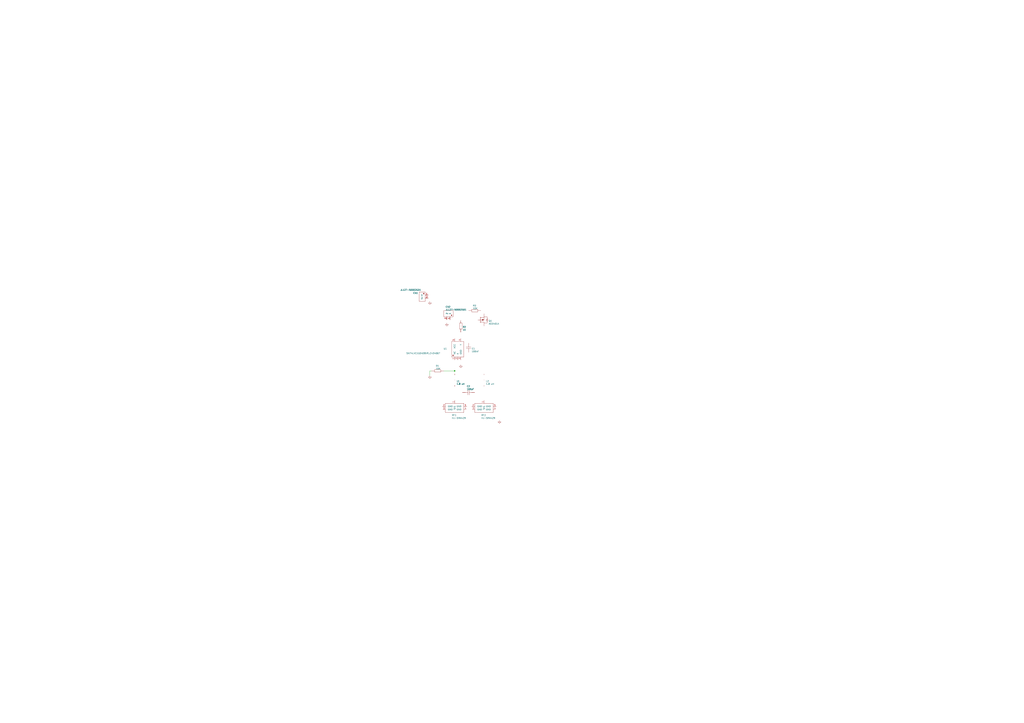
<source format=kicad_sch>
(kicad_sch (version 20211123) (generator eeschema)
  (paper "A1")
  (lib_symbols
    (symbol "SCH_biast-baterina_2022-10-20:CN_6524AFAE" (pin_names (offset 2))
      (property "Reference" "CN" (at 0 0 0))
      (symbol "CN_6524AFAE_0_1"
        (rectangle (start -3.81 2.54) (end 3.81 -2.54))
        (circle (center 2.54 -1.27) (radius 0.381) (fill (type outline)))
      )
      (symbol "CN_6524AFAE_1_1"
        (pin passive line (at 1.27 -5.08 90) (length 2.54) (name "1") (number "1"))
        (pin passive line (at -1.27 -5.08 90) (length 2.54) (name "2") (number "2"))
      )
    )
    (symbol "SCH_biast-baterina_2022-10-20:CN_BAB0D71D" (pin_names (offset 2))
      (property "Reference" "CN" (at 0 0 0))
      (symbol "CN_BAB0D71D_0_1"
        (rectangle (start -2.54 3.81) (end 2.54 -3.81))
        (circle (center 1.27 2.54) (radius 0.381) (fill (type outline)))
      )
      (symbol "CN_BAB0D71D_1_1"
        (pin passive line (at 5.08 1.27 180) (length 2.54) (name "1") (number "1"))
        (pin passive line (at 5.08 -1.27 180) (length 2.54) (name "2") (number "2"))
      )
    )
    (symbol "SCH_biast-baterina_2022-10-20:C_4D7CDC59" (pin_numbers hide) (pin_names (offset 2) hide)
      (property "Reference" "C" (at 0 0 0))
      (symbol "C_4D7CDC59_0_1"
        (polyline (pts (xy -2.032 -0.508) (xy 2.032 -0.508)))
        (polyline (pts (xy -2.032 0.508) (xy 2.032 0.508)))
        (polyline (pts (xy 0 -1.27) (xy 0 -0.508)))
        (polyline (pts (xy 0 0.508) (xy 0 1.27)))
      )
      (symbol "C_4D7CDC59_1_1"
        (pin input line (at 0 -3.81 90) (length 2.54) (name "1") (number "1"))
        (pin input line (at 0 3.81 270) (length 2.54) (name "2") (number "2"))
      )
    )
    (symbol "SCH_biast-baterina_2022-10-20:C_6DFE1BCC" (pin_numbers hide) (pin_names (offset 2) hide)
      (property "Reference" "C" (at 0 0 0))
      (symbol "C_6DFE1BCC_0_1"
        (polyline (pts (xy -0.508 -2.032) (xy -0.508 2.032)))
        (polyline (pts (xy -0.508 0) (xy -2.54 0)))
        (polyline (pts (xy 0.508 2.032) (xy 0.508 -2.032)))
        (polyline (pts (xy 2.54 0) (xy 0.508 0)))
      )
      (symbol "C_6DFE1BCC_1_1"
        (pin passive line (at -5.08 0 0) (length 2.54) (name "1") (number "1"))
        (pin passive line (at 5.08 0 180) (length 2.54) (name "2") (number "2"))
      )
    )
    (symbol "SCH_biast-baterina_2022-10-20:L_FC82576F" (pin_numbers hide) (pin_names (offset 2) hide)
      (property "Reference" "L" (at 0 0 0))
      (symbol "L_FC82576F_0_1"
        (arc (start 0 0) (mid 0 0) (end 0 0))
        (arc (start 0 0) (mid 0 0) (end 0 0))
        (arc (start 0 0) (mid 0 0) (end 0 0))
        (arc (start 0 0) (mid 0 0) (end 0 0))
      )
      (symbol "L_FC82576F_1_1"
        (pin passive line (at 0 5.08 270) (length 0.762) (name "1") (number "1"))
        (pin passive line (at 0 -5.08 90) (length 0.762) (name "2") (number "2"))
      )
    )
    (symbol "SCH_biast-baterina_2022-10-20:Powerflag_$GND1" (power) (pin_names (offset 0)) (in_bom no)
      (property "Value" "SCH_biast-baterina_2022-10-20:Powerflag_$GND1" (at 0 0 0))
      (symbol "Powerflag_$GND1_0_1"
        (polyline (pts (xy 0 0) (xy 0 -1.27) (xy 1.27 -1.27) (xy 0 -2.54) (xy -1.27 -1.27) (xy 0 -1.27)))
      )
      (symbol "Powerflag_$GND1_1_1"
        (pin power_in line (at 0 0 0) (length 0) hide (name "GND") (number "1"))
      )
    )
    (symbol "SCH_biast-baterina_2022-10-20:Q_53B4468B" (pin_numbers hide) (pin_names (offset 2) hide)
      (property "Reference" "Q" (at 0 0 0))
      (symbol "Q_53B4468B_0_1"
        (polyline (pts (xy -3.048 -2.286) (xy -3.048 2.286)))
        (polyline (pts (xy -2.54 -1.27) (xy -2.54 -2.286)))
        (polyline (pts (xy -2.54 0.508) (xy -2.54 -0.508)))
        (polyline (pts (xy -2.54 2.286) (xy -2.54 1.27)))
        (polyline (pts (xy 0 -1.778) (xy -2.54 -1.778)))
        (polyline (pts (xy 0 1.778) (xy -2.54 1.778)))
        (polyline (pts (xy -2.54 0) (xy 0 0) (xy 0 2.54)))
        (polyline (pts (xy 0 2.54) (xy 2.54 2.54) (xy 2.54 0.508)))
        (polyline (pts (xy 0 -1.778) (xy 0 -2.54) (xy 2.54 -2.54) (xy 2.54 -0.762)))
        (polyline (pts (xy 0 0) (xy -1.524 -0.508) (xy -1.524 0.508) (xy 0 0)) (fill (type outline)))
        (polyline (pts (xy 2.54 0.508) (xy 3.302 -0.762) (xy 1.778 -0.762) (xy 2.54 0.508)))
        (polyline (pts (xy 3.302 0.762) (xy 3.048 0.508) (xy 2.032 0.508) (xy 1.778 0.254)))
      )
      (symbol "Q_53B4468B_1_1"
        (pin passive line (at -5.08 0 0) (length 2.032) (name "G") (number "1"))
        (pin passive line (at 0 5.08 270) (length 2.54) (name "S") (number "2"))
        (pin passive line (at 0 -5.08 90) (length 2.54) (name "D") (number "3"))
      )
    )
    (symbol "SCH_biast-baterina_2022-10-20:RF_87AC6BBF" (pin_names (offset 2))
      (property "Reference" "RF" (at 0 0 0))
      (symbol "RF_87AC6BBF_0_1"
        (rectangle (start -7.62 2.54) (end 7.62 -5.08))
      )
      (symbol "RF_87AC6BBF_1_1"
        (pin passive line (at 0 5.08 270) (length 2.54) (name "SIG") (number "1"))
        (pin passive line (at -10.16 0 0) (length 2.54) (name "GND") (number "2"))
        (pin passive line (at -10.16 -2.54 0) (length 2.54) (name "GND") (number "3"))
        (pin passive line (at 10.16 -2.54 180) (length 2.54) (name "GND") (number "4"))
        (pin passive line (at 10.16 0 180) (length 2.54) (name "GND") (number "5"))
      )
    )
    (symbol "SCH_biast-baterina_2022-10-20:R_107BE8C" (pin_numbers hide) (pin_names (offset 2) hide)
      (property "Reference" "R" (at 0 0 0))
      (symbol "R_107BE8C_0_1"
        (rectangle (start -2.54 1.016) (end 2.54 -1.016))
      )
      (symbol "R_107BE8C_1_1"
        (pin passive line (at 5.08 0 180) (length 2.54) (name "1") (number "1"))
        (pin passive line (at -5.08 0 0) (length 2.54) (name "2") (number "2"))
      )
    )
    (symbol "SCH_biast-baterina_2022-10-20:R_787AEB55" (pin_numbers hide) (pin_names (offset 2) hide)
      (property "Reference" "R" (at 0 0 0))
      (symbol "R_787AEB55_0_1"
        (rectangle (start -1.016 2.54) (end 1.016 -2.54))
      )
      (symbol "R_787AEB55_1_1"
        (pin passive line (at 0 -5.08 90) (length 2.54) (name "1") (number "1"))
        (pin passive line (at 0 5.08 270) (length 2.54) (name "2") (number "2"))
      )
    )
    (symbol "SCH_biast-baterina_2022-10-20:U_A4782AED" (pin_names (offset 2))
      (property "Reference" "U" (at 0 0 0))
      (symbol "U_A4782AED_0_1"
        (rectangle (start -5.08 5.08) (end 5.08 -7.62))
        (circle (center -3.81 -6.35) (radius 0.381) (fill (type outline)))
      )
      (symbol "U_A4782AED_1_1"
        (pin passive line (at -2.54 -10.16 90) (length 2.54) (name "NC") (number "1"))
        (pin passive line (at 0 -10.16 90) (length 2.54) (name "A") (number "2"))
        (pin passive line (at 2.54 -10.16 90) (length 2.54) (name "GND") (number "3"))
        (pin passive line (at 2.54 7.62 270) (length 2.54) (name "Y") (number "4"))
        (pin passive line (at -2.54 7.62 270) (length 2.54) (name "VCC") (number "5"))
      )
    )
  )
  (junction (at 373.38 274.32) (diameter 1.016) (color 255 255 255 1))
  (junction (at 369.57 274.32) (diameter 1.016) (color 255 255 255 1))
  (junction (at 387.35 336.55) (diameter 1.016) (color 255 255 255 1))
  (junction (at 363.22 336.55) (diameter 1.016) (color 255 255 255 1))
  (junction (at 383.54 336.55) (diameter 1.016) (color 255 255 255 1))
  (junction (at 373.38 304.8))
  (junction (at 373.38 299.72) (diameter 1.016) (color 255 255 255 1))
  (junction (at 407.67 336.55) (diameter 1.016) (color 255 255 255 1))
  (junction (at 397.51 322.58) (diameter 1.016) (color 255 255 255 1))
  (junction (at 397.51 255.27) (diameter 1.016) (color 255 255 255 1))
  (junction (at 373.38 322.58) (diameter 1.016) (color 255 255 255 1))
  (junction (at 378.46 298.45) (diameter 1.016) (color 255 255 255 1))
  (junction (at 378.46 262.89) (diameter 1.016) (color 255 255 255 1))
  (wire (pts (xy 377.19 262.89) (xy 377.19 255.27)) (stroke (width 0) (color 255 255 255 1)))
  (wire (pts (xy 373.38 317.5) (xy 373.38 322.58)) (stroke (width 0) (color 255 255 255 1)))
  (wire (pts (xy 373.38 299.72) (xy 373.38 304.8)) (stroke (width 0) (color 255 255 255 1)))
  (wire (pts (xy 383.54 336.55) (xy 383.54 340.36)) (stroke (width 0) (color 255 255 255 1)))
  (wire (pts (xy 378.46 262.89) (xy 377.19 262.89)) (stroke (width 0) (color 255 255 255 1)))
  (wire (pts (xy 397.51 255.27) (xy 397.51 257.81)) (stroke (width 0) (color 255 255 255 1)))
  (wire (pts (xy 384.81 298.45) (xy 378.46 298.45)) (stroke (width 0) (color 255 255 255 1)))
  (wire (pts (xy 383.54 334.01) (xy 383.54 336.55)) (stroke (width 0) (color 255 255 255 1)))
  (wire (pts (xy 353.06 308.61) (xy 353.06 304.8)))
  (wire (pts (xy 378.46 295.91) (xy 378.46 298.45)) (stroke (width 0) (color 255 255 255 1)))
  (wire (pts (xy 377.19 255.27) (xy 384.81 255.27)) (stroke (width 0) (color 255 255 255 1)))
  (wire (pts (xy 378.46 278.13) (xy 378.46 273.05)) (stroke (width 0) (color 255 255 255 1)))
  (wire (pts (xy 373.38 304.8) (xy 373.38 307.34)) (stroke (width 0) (color 255 255 255 1)))
  (wire (pts (xy 373.38 322.58) (xy 373.38 328.93)) (stroke (width 0) (color 255 255 255 1)))
  (wire (pts (xy 387.35 336.55) (xy 387.35 334.01)) (stroke (width 0) (color 255 255 255 1)))
  (wire (pts (xy 384.81 274.32) (xy 373.38 274.32)) (stroke (width 0) (color 255 255 255 1)))
  (wire (pts (xy 387.35 340.36) (xy 387.35 336.55)) (stroke (width 0) (color 255 255 255 1)))
  (wire (pts (xy 394.97 255.27) (xy 397.51 255.27)) (stroke (width 0) (color 255 255 255 1)))
  (wire (pts (xy 407.67 340.36) (xy 387.35 340.36)) (stroke (width 0) (color 255 255 255 1)))
  (wire (pts (xy 373.38 278.13) (xy 373.38 274.32)) (stroke (width 0) (color 255 255 255 1)))
  (wire (pts (xy 373.38 322.58) (xy 379.73 322.58)) (stroke (width 0) (color 255 255 255 1)))
  (wire (pts (xy 378.46 298.45) (xy 378.46 299.72)) (stroke (width 0) (color 255 255 255 1)))
  (wire (pts (xy 410.21 336.55) (xy 407.67 336.55)) (stroke (width 0) (color 255 255 255 1)))
  (wire (pts (xy 364.49 304.8) (xy 373.38 304.8)))
  (wire (pts (xy 369.57 274.32) (xy 369.57 299.72)) (stroke (width 0) (color 255 255 255 1)))
  (wire (pts (xy 397.51 328.93) (xy 397.51 322.58)) (stroke (width 0) (color 255 255 255 1)))
  (wire (pts (xy 369.57 299.72) (xy 373.38 299.72)) (stroke (width 0) (color 255 255 255 1)))
  (wire (pts (xy 397.51 267.97) (xy 397.51 307.34)) (stroke (width 0) (color 255 255 255 1)))
  (wire (pts (xy 392.43 262.89) (xy 378.46 262.89)) (stroke (width 0) (color 255 255 255 1)))
  (wire (pts (xy 373.38 295.91) (xy 373.38 299.72)) (stroke (width 0) (color 255 255 255 1)))
  (wire (pts (xy 369.57 262.89) (xy 369.57 274.32)) (stroke (width 0) (color 255 255 255 1)))
  (wire (pts (xy 353.06 245.11) (xy 353.06 247.65)) (stroke (width 0) (color 255 255 255 1)))
  (wire (pts (xy 407.67 334.01) (xy 407.67 336.55)) (stroke (width 0) (color 255 255 255 1)))
  (wire (pts (xy 375.92 299.72) (xy 373.38 299.72)) (stroke (width 0) (color 255 255 255 1)))
  (wire (pts (xy 375.92 295.91) (xy 375.92 299.72)) (stroke (width 0) (color 255 255 255 1)))
  (wire (pts (xy 363.22 336.55) (xy 363.22 334.01)) (stroke (width 0) (color 255 255 255 1)))
  (wire (pts (xy 397.51 242.57) (xy 397.51 255.27)) (stroke (width 0) (color 255 255 255 1)))
  (wire (pts (xy 353.06 304.8) (xy 354.33 304.8)))
  (wire (pts (xy 384.81 289.56) (xy 384.81 298.45)) (stroke (width 0) (color 255 255 255 1)))
  (wire (pts (xy 367.03 262.89) (xy 367.03 265.43)) (stroke (width 0) (color 255 255 255 1)))
  (wire (pts (xy 351.79 242.57) (xy 397.51 242.57)) (stroke (width 0) (color 255 255 255 1)))
  (wire (pts (xy 407.67 336.55) (xy 407.67 340.36)) (stroke (width 0) (color 255 255 255 1)))
  (wire (pts (xy 373.38 274.32) (xy 369.57 274.32)) (stroke (width 0) (color 255 255 255 1)))
  (wire (pts (xy 387.35 336.55) (xy 383.54 336.55)) (stroke (width 0) (color 255 255 255 1)))
  (wire (pts (xy 384.81 281.94) (xy 384.81 274.32)) (stroke (width 0) (color 255 255 255 1)))
  (wire (pts (xy 397.51 322.58) (xy 389.89 322.58)) (stroke (width 0) (color 255 255 255 1)))
  (wire (pts (xy 383.54 340.36) (xy 363.22 340.36)) (stroke (width 0) (color 255 255 255 1)))
  (wire (pts (xy 397.51 317.5) (xy 397.51 322.58)) (stroke (width 0) (color 255 255 255 1)))
  (wire (pts (xy 410.21 345.44) (xy 410.21 336.55)) (stroke (width 0) (color 255 255 255 1)))
  (wire (pts (xy 407.67 336.55) (xy 406.4 336.55)) (stroke (width 0) (color 255 255 255 1)))
  (wire (pts (xy 363.22 340.36) (xy 363.22 336.55)) (stroke (width 0) (color 255 255 255 1)))
  (wire (pts (xy 351.79 245.11) (xy 353.06 245.11)) (stroke (width 0) (color 255 255 255 1)))
  (text "#11: Info: symbol for L1 (rotation:270) is new as L_FC82576F" (at -200 64 0) (effects (font (size 2 2)) (justify left bottom)))
  (text "#5: Info: symbol for R6 (rotation:180) is new as R_107BE8C" (at -200 40 0) (effects (font (size 2 2)) (justify left bottom)))
  (text "#9: Info: symbol for C1 (rotation:0) is new as C_6DFE1BCC" (at -200 56 0) (effects (font (size 2 2)) (justify left bottom)))
  (text "#6: Info: symbol for CN2 (rotation:90) is new as CN_6524AFAE" (at -200 44 0) (effects (font (size 2 2)) (justify left bottom)))
  (text "#13: Info: symbol for C2 (rotation:90) is new as C_4D7CDC59" (at -200 72 0) (effects (font (size 2 2)) (justify left bottom)))
  (text "#7: Info: symbol for CN1 (rotation:180) is new as CN_BAB0D71D" (at -200 48 0) (effects (font (size 2 2)) (justify left bottom)))
  (text "#8: Info: symbol for U1 (rotation:90) is new as U_A4782AED" (at -200 52 0) (effects (font (size 2 2)) (justify left bottom)))
  (text "#4: Info: symbol for Q4 (rotation:0) is new as Q_53B4468B" (at -200 36 0) (effects (font (size 2 2)) (justify left bottom)))
  (text "#10: Info: symbol for RF1 (rotation:270) exits as RF_87AC6BBF" (at -200 60 0) (effects (font (size 2 2)) (justify left bottom)))
  (text "#2: Info: symbol for RF2 (rotation:270) is new as RF_87AC6BBF" (at -200 28 0) (effects (font (size 2 2)) (justify left bottom)))
  (text "#3: Info: symbol for R7 (rotation:90) is new as R_787AEB55" (at -200 32 0) (effects (font (size 2 2)) (justify left bottom)))
  (text "#1: Info: below are the conversion remarks. The conversion may contain errors.\nPlease read the remarks carefully and run the ERC check to solve issues.\nTo find a component mentioned in the remarks go to:\nKicad menu Edit > Find and enter the EDA_id (gge....); search for hidden fields.\nOnly the id of the symbol can be found; the id of the shape is in the input json." (at -200 24 0) (effects (font (size 2 2)) (justify left bottom)))
  (text "#12: Info: symbol for L2 (rotation:270) exits as L_FC82576F" (at -200 68 0) (effects (font (size 2 2)) (justify left bottom)))
  (symbol (lib_id "SCH_biast-baterina_2022-10-20:Powerflag_$GND1") (at 353.06 247.65 0) (unit 1) (in_bom no)
    (property "Reference" "#PWR0105" (effects hide))
    (property "Value" "GND" (effects hide))
  )
  (symbol (lib_id "SCH_biast-baterina_2022-10-20:C_6DFE1BCC") (at 384.81 322.58 0) (unit 1)
    (property "Reference" "C2" (at 383.294 317.444 0) (effects (justify left)))
    (property "Value" "100pF" (at 383.294 319.786 0) (effects (justify left)))
    (property "Footprint" "C0805" (effects hide))
    (property "EDA_id" "gge4472f498eff7a2cd" (effects hide))
  )
  (symbol (lib_id "SCH_biast-baterina_2022-10-20:Q_53B4468B") (at 397.51 262.89 0) (unit 1)
    (property "Reference" "Q1" (at 401.32 263.779 0) (effects (justify left)))
    (property "Value" "AO3401A" (at 401.32 266.065 0) (effects (justify left)))
    (property "Footprint" "SOT-23-3_L2.9-W1.3-P1.90-LS2.4-BR" (effects hide))
    (property "EDA_id" "ggede50e8ee778b2fce" (effects hide))
  )
  (symbol (lib_id "SCH_biast-baterina_2022-10-20:L_FC82576F") (at 397.51 312.42 0) (unit 1)
    (property "Reference" "L2" (at 399.118 313.245 0) (effects (justify left)))
    (property "Value" "1.8 uH" (at 399.118 315.532 0) (effects (justify left)))
    (property "Footprint" "IND-SMD_L3.2-W2.5" (effects hide))
    (property "EDA_id" "gged7f0cd995d7b87c5" (effects hide))
  )
  (symbol (lib_id "SCH_biast-baterina_2022-10-20:RF_87AC6BBF") (at 373.38 334.01 0) (unit 1)
    (property "Reference" "RF1" (at 371.14 341.267 0) (effects (justify left)))
    (property "Value" "HJ-SMA429" (at 371.14 343.588 0) (effects (justify left)))
    (property "Footprint" "SMA-TH_HJ-SMA429" (effects hide))
    (property "EDA_id" "gge0367b0e34c1ad9fe" (effects hide))
  )
  (symbol (lib_id "SCH_biast-baterina_2022-10-20:CN_6524AFAE") (at 368.3 257.81 0) (unit 1)
    (property "Reference" "CN2" (at 365.928 252.194 0) (effects (justify left)))
    (property "Value" "JL127-50002G01" (at 365.928 254.508 0) (effects (justify left)))
    (property "Footprint" "CONN-TH_2P-P5.08_JL127-50002G01" (effects hide))
    (property "EDA_id" "ggea61195b210857b24" (effects hide))
  )
  (symbol (lib_id "SCH_biast-baterina_2022-10-20:R_107BE8C") (at 359.41 304.8 0) (unit 1)
    (property "Reference" "R1" (at 357.896 300.736 0) (effects (justify left)))
    (property "Value" "10K" (at 357.896 303.022 0) (effects (justify left)))
    (property "Footprint" "R1206" (effects hide))
    (property "EDA_id" "gge6132838f804a8232" (effects hide))
  )
  (symbol (lib_id "SCH_biast-baterina_2022-10-20:R_787AEB55") (at 378.46 267.97 0) (unit 1)
    (property "Reference" "R2" (at 379.984 268.785 0) (effects (justify left)))
    (property "Value" "1K" (at 379.984 271.109 0) (effects (justify left)))
    (property "Footprint" "R1206" (effects hide))
    (property "EDA_id" "ggeda72cdbad2c6ac2c" (effects hide))
  )
  (symbol (lib_id "SCH_biast-baterina_2022-10-20:Powerflag_$GND1") (at 367.03 265.43 0) (unit 1) (in_bom no)
    (property "Reference" "#PWR0103" (effects hide))
    (property "Value" "GND" (effects hide))
  )
  (symbol (lib_id "SCH_biast-baterina_2022-10-20:C_4D7CDC59") (at 384.81 285.75 0) (unit 1)
    (property "Reference" "C1" (at 387.35 286.55 0) (effects (justify left)))
    (property "Value" "100nF" (at 387.35 288.892 0) (effects (justify left)))
    (property "Footprint" "C0805" (effects hide))
    (property "EDA_id" "gge14b8685768ee7788" (effects hide))
  )
  (symbol (lib_id "SCH_biast-baterina_2022-10-20:R_107BE8C") (at 389.89 255.27 0) (unit 1)
    (property "Reference" "R3" (at 388.376 251.206 0) (effects (justify left)))
    (property "Value" "10K" (at 388.376 253.492 0) (effects (justify left)))
    (property "Footprint" "R1206" (effects hide))
    (property "EDA_id" "gge6132838f804a8232" (effects hide))
  )
  (symbol (lib_id "SCH_biast-baterina_2022-10-20:CN_BAB0D71D") (at 346.71 243.84 0) (unit 1)
    (property "Reference" "CN1" (at 339.258 240.853 0) (effects (justify left)))
    (property "Value" "JL127-50002G01" (at 328.658 238.313 0) (effects (justify left)))
    (property "Footprint" "CONN-TH_2P-P5.08_JL127-50002G01" (effects hide))
    (property "EDA_id" "ggef9283780d9747785" (effects hide))
  )
  (symbol (lib_id "SCH_biast-baterina_2022-10-20:Powerflag_$GND1") (at 378.46 299.72 0) (unit 1) (in_bom no)
    (property "Reference" "#PWR0101" (effects hide))
    (property "Value" "GND" (effects hide))
  )
  (symbol (lib_id "SCH_biast-baterina_2022-10-20:Powerflag_$GND1") (at 353.06 308.61 0) (unit 1) (in_bom no)
    (property "Reference" "#PWR0104" (effects hide))
    (property "Value" "GND" (effects hide))
  )
  (symbol (lib_id "SCH_biast-baterina_2022-10-20:Powerflag_$GND1") (at 410.21 345.44 0) (unit 1) (in_bom no)
    (property "Reference" "#PWR0102" (effects hide))
    (property "Value" "GND" (effects hide))
  )
  (symbol (lib_id "SCH_biast-baterina_2022-10-20:U_A4782AED") (at 375.92 285.75 0) (unit 1)
    (property "Reference" "U1" (at 364.246 286.565 0) (effects (justify left)))
    (property "Value" "SN74LVC1G04DBVR_C434067" (at 333.67 290.36 0) (effects (justify left)))
    (property "Footprint" "SOT-23-5_L3.0-W1.7-P0.95-LS2.8-BR" (effects hide))
    (property "EDA_id" "gge371e4d6c4c3a9a49" (effects hide))
  )
  (symbol (lib_id "SCH_biast-baterina_2022-10-20:L_FC82576F") (at 373.38 312.42 0) (unit 1)
    (property "Reference" "L1" (at 374.988 313.245 0) (effects (justify left)))
    (property "Value" "1.8 uH" (at 374.988 315.532 0) (effects (justify left)))
    (property "Footprint" "IND-SMD_L3.2-W2.5" (effects hide))
    (property "EDA_id" "gge368d96aaa0503290" (effects hide))
  )
  (symbol (lib_id "SCH_biast-baterina_2022-10-20:RF_87AC6BBF") (at 397.51 334.01 0) (unit 1)
    (property "Reference" "RF2" (at 395.27 341.267 0) (effects (justify left)))
    (property "Value" "HJ-SMA429" (at 395.27 343.588 0) (effects (justify left)))
    (property "Footprint" "SMA-TH_HJ-SMA429" (effects hide))
    (property "EDA_id" "gge4fa0fcd934dc3d03" (effects hide))
  )
)
</source>
